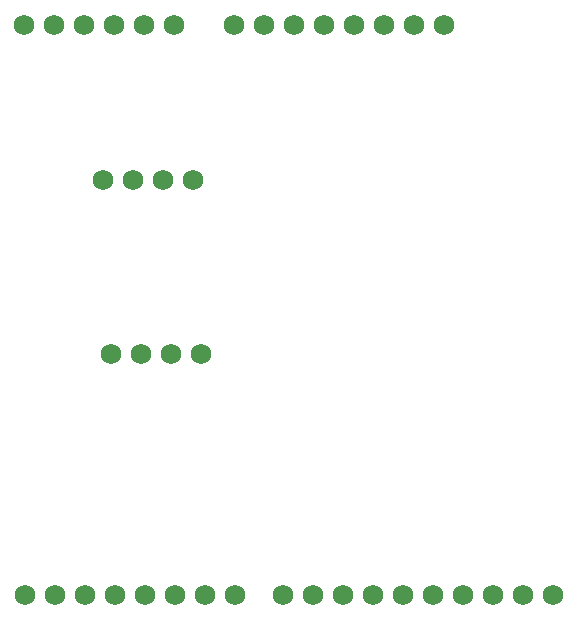
<source format=gbs>
G04 Layer: BottomSolderMaskLayer*
G04 EasyEDA v6.5.14, 2022-08-24 20:25:52*
G04 37d94133e9fb4008a465715c89777dd1,10*
G04 Gerber Generator version 0.2*
G04 Scale: 100 percent, Rotated: No, Reflected: No *
G04 Dimensions in millimeters *
G04 leading zeros omitted , absolute positions ,4 integer and 5 decimal *
%FSLAX45Y45*%
%MOMM*%

%ADD10C,1.7272*%

%LPD*%
D10*
G01*
X7835900Y10248900D03*
G01*
X7581900Y10248900D03*
G01*
X7327900Y10248900D03*
G01*
X7073900Y10248900D03*
G01*
X6819900Y10248900D03*
G01*
X6565900Y10248900D03*
G01*
X10121900Y10248900D03*
G01*
X9867900Y10248900D03*
G01*
X9613900Y10248900D03*
G01*
X9359900Y10248900D03*
G01*
X9105900Y10248900D03*
G01*
X8851900Y10248900D03*
G01*
X8597900Y10248900D03*
G01*
X8343900Y10248900D03*
G01*
X8356600Y5422900D03*
G01*
X8102600Y5422900D03*
G01*
X7848600Y5422900D03*
G01*
X7594600Y5422900D03*
G01*
X7340600Y5422900D03*
G01*
X7086600Y5422900D03*
G01*
X6832600Y5422900D03*
G01*
X6578600Y5422900D03*
G01*
X11049000Y5422900D03*
G01*
X10795000Y5422900D03*
G01*
X10541000Y5422900D03*
G01*
X10287000Y5422900D03*
G01*
X10033000Y5422900D03*
G01*
X9779000Y5422900D03*
G01*
X9525000Y5422900D03*
G01*
X9271000Y5422900D03*
G01*
X9017000Y5422900D03*
G01*
X8763000Y5422900D03*
G01*
X8001000Y8940800D03*
G01*
X7747000Y8940800D03*
G01*
X7493000Y8940800D03*
G01*
X7239000Y8940800D03*
G01*
X8064500Y7467600D03*
G01*
X7810500Y7467600D03*
G01*
X7556500Y7467600D03*
G01*
X7302500Y7467600D03*
M02*

</source>
